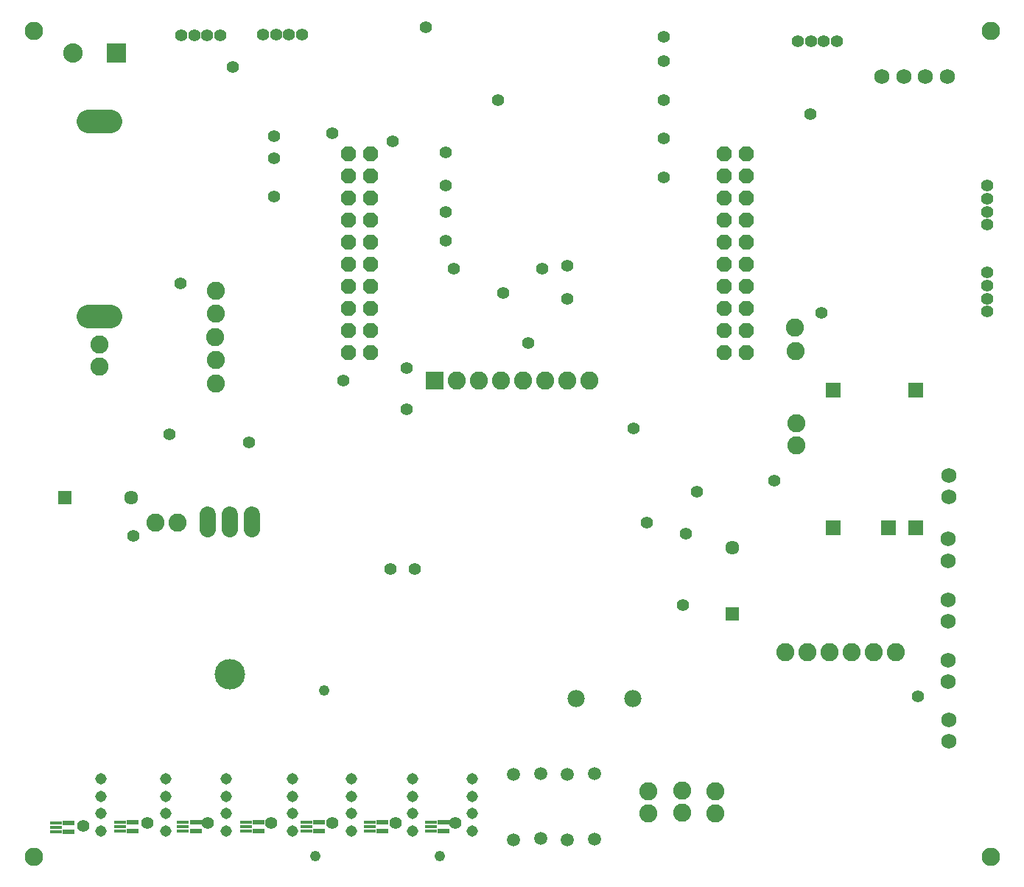
<source format=gbs>
G75*
%MOIN*%
%OFA0B0*%
%FSLAX25Y25*%
%IPPOS*%
%LPD*%
%AMOC8*
5,1,8,0,0,1.08239X$1,22.5*
%
%ADD10C,0.08280*%
%ADD11R,0.06343X0.06343*%
%ADD12C,0.06343*%
%ADD13C,0.06824*%
%ADD14C,0.07400*%
%ADD15C,0.13800*%
%ADD16C,0.05556*%
%ADD17R,0.08800X0.08800*%
%ADD18C,0.08800*%
%ADD19C,0.08200*%
%ADD20OC8,0.06824*%
%ADD21C,0.05950*%
%ADD22R,0.06824X0.06824*%
%ADD23C,0.10800*%
%ADD24C,0.05162*%
%ADD25C,0.07800*%
%ADD26R,0.05200X0.01800*%
%ADD27R,0.05200X0.02000*%
%ADD28R,0.08200X0.08200*%
%ADD29C,0.05550*%
%ADD30C,0.04762*%
D10*
X0010843Y0010843D03*
X0010843Y0384858D03*
X0443913Y0384858D03*
X0443913Y0010843D03*
D11*
X0326921Y0120640D03*
X0025039Y0173587D03*
D12*
X0055039Y0173587D03*
X0326921Y0150640D03*
D13*
X0424750Y0154750D03*
X0424750Y0144907D03*
X0424750Y0127250D03*
X0424750Y0117407D03*
X0424802Y0099959D03*
X0424802Y0090116D03*
X0424875Y0072875D03*
X0424875Y0063032D03*
X0425000Y0173657D03*
X0425000Y0183500D03*
X0424278Y0364125D03*
X0414435Y0364125D03*
X0404593Y0364125D03*
X0394750Y0364125D03*
D14*
X0109750Y0165800D02*
X0109750Y0159200D01*
X0099750Y0159200D02*
X0099750Y0165800D01*
X0089750Y0165800D02*
X0089750Y0159200D01*
D15*
X0099750Y0093500D03*
D16*
X0356642Y0380250D03*
X0362547Y0380250D03*
X0368453Y0380250D03*
X0374358Y0380250D03*
X0442250Y0314733D03*
X0442250Y0308828D03*
X0442250Y0302922D03*
X0442250Y0297017D03*
X0442500Y0275358D03*
X0442500Y0269453D03*
X0442500Y0263547D03*
X0442500Y0257642D03*
X0132358Y0383000D03*
X0126453Y0383000D03*
X0120547Y0383000D03*
X0114642Y0383000D03*
X0095358Y0382750D03*
X0089453Y0382750D03*
X0083547Y0382750D03*
X0077642Y0382750D03*
D17*
X0048500Y0374750D03*
D18*
X0028815Y0374750D03*
D19*
X0093375Y0267125D03*
X0093250Y0256750D03*
X0093000Y0246250D03*
X0093250Y0235750D03*
X0093250Y0225000D03*
X0040813Y0232750D03*
X0040813Y0242750D03*
X0066000Y0162250D03*
X0076000Y0162250D03*
X0202378Y0226600D03*
X0212378Y0226600D03*
X0222378Y0226600D03*
X0232378Y0226600D03*
X0242378Y0226600D03*
X0252378Y0226600D03*
X0262378Y0226600D03*
X0355250Y0250500D03*
X0355750Y0239750D03*
X0356000Y0207250D03*
X0356000Y0197250D03*
X0351125Y0103625D03*
X0361125Y0103625D03*
X0371125Y0103625D03*
X0381125Y0103625D03*
X0391125Y0103625D03*
X0401125Y0103625D03*
X0319500Y0040500D03*
X0319500Y0030500D03*
X0304500Y0030750D03*
X0304500Y0040750D03*
X0289125Y0040500D03*
X0289125Y0030500D03*
D20*
X0323500Y0239000D03*
X0323500Y0249000D03*
X0323500Y0259000D03*
X0323500Y0269000D03*
X0323500Y0279000D03*
X0323500Y0289000D03*
X0323500Y0299000D03*
X0323500Y0309000D03*
X0323500Y0319000D03*
X0323500Y0329000D03*
X0333500Y0329000D03*
X0333500Y0319000D03*
X0333500Y0309000D03*
X0333500Y0299000D03*
X0333500Y0289000D03*
X0333500Y0279000D03*
X0333500Y0269000D03*
X0333500Y0259000D03*
X0333500Y0249000D03*
X0333500Y0239000D03*
X0163500Y0239000D03*
X0163500Y0249000D03*
X0153500Y0249000D03*
X0153500Y0239000D03*
X0153500Y0259000D03*
X0153500Y0269000D03*
X0163500Y0269000D03*
X0163500Y0259000D03*
X0163500Y0279000D03*
X0163500Y0289000D03*
X0153500Y0289000D03*
X0153500Y0279000D03*
X0153500Y0299000D03*
X0153500Y0309000D03*
X0163500Y0309000D03*
X0163500Y0299000D03*
X0163500Y0319000D03*
X0163500Y0329000D03*
X0153500Y0329000D03*
X0153500Y0319000D03*
D21*
X0228000Y0048153D03*
X0240175Y0048575D03*
X0252500Y0048153D03*
X0264550Y0048300D03*
X0264550Y0018772D03*
X0252500Y0018625D03*
X0240175Y0019047D03*
X0228000Y0018625D03*
D22*
X0372553Y0159731D03*
X0397514Y0159731D03*
X0410033Y0159731D03*
X0410053Y0222251D03*
X0372553Y0222251D03*
D23*
X0045813Y0255326D02*
X0035813Y0255326D01*
X0035813Y0343926D02*
X0045813Y0343926D01*
D24*
X0041465Y0046060D03*
X0041465Y0038186D03*
X0041465Y0030312D03*
X0041465Y0022438D03*
X0070590Y0022438D03*
X0070590Y0030312D03*
X0070590Y0038186D03*
X0070590Y0046060D03*
X0098090Y0046060D03*
X0098090Y0038186D03*
X0098090Y0030312D03*
X0098090Y0022438D03*
X0127840Y0022438D03*
X0127840Y0030312D03*
X0127840Y0038186D03*
X0127840Y0046060D03*
X0154715Y0046060D03*
X0154715Y0038186D03*
X0154715Y0030312D03*
X0154715Y0022438D03*
X0182340Y0022438D03*
X0182340Y0030312D03*
X0182340Y0038186D03*
X0182340Y0046060D03*
X0209340Y0046060D03*
X0209340Y0038186D03*
X0209340Y0030312D03*
X0209340Y0022438D03*
D25*
X0256455Y0082500D03*
X0282045Y0082500D03*
D26*
X0190600Y0026500D03*
X0190600Y0024500D03*
X0190600Y0022500D03*
X0162975Y0022500D03*
X0162975Y0024500D03*
X0162975Y0026500D03*
X0134350Y0026500D03*
X0134350Y0024500D03*
X0134350Y0022500D03*
X0106975Y0022500D03*
X0106975Y0024500D03*
X0106975Y0026500D03*
X0078475Y0026500D03*
X0078475Y0024500D03*
X0078475Y0022500D03*
X0049850Y0022500D03*
X0049850Y0024500D03*
X0049850Y0026500D03*
X0020850Y0026000D03*
X0020850Y0024000D03*
X0020850Y0022000D03*
D27*
X0026650Y0022000D03*
X0026650Y0026000D03*
X0055650Y0026500D03*
X0055650Y0022500D03*
X0084275Y0022500D03*
X0084275Y0026500D03*
X0112775Y0026500D03*
X0112775Y0022500D03*
X0140150Y0022500D03*
X0140150Y0026500D03*
X0168775Y0026500D03*
X0168775Y0022500D03*
X0196400Y0022500D03*
X0196400Y0026500D03*
D28*
X0192378Y0226600D03*
D29*
X0179750Y0232250D03*
X0179750Y0213500D03*
X0151000Y0226625D03*
X0108500Y0198500D03*
X0072250Y0202250D03*
X0056000Y0156000D03*
X0172250Y0141000D03*
X0183500Y0141000D03*
X0282250Y0204750D03*
X0311000Y0176000D03*
X0306000Y0157250D03*
X0288500Y0162250D03*
X0304750Y0124750D03*
X0346000Y0181000D03*
X0367250Y0257250D03*
X0296000Y0318500D03*
X0296000Y0336000D03*
X0296000Y0353500D03*
X0296000Y0371000D03*
X0296000Y0382250D03*
X0362250Y0347250D03*
X0252250Y0278500D03*
X0241000Y0277250D03*
X0252250Y0263500D03*
X0234750Y0243500D03*
X0223500Y0266000D03*
X0201000Y0277250D03*
X0197250Y0289750D03*
X0197250Y0302875D03*
X0197250Y0314750D03*
X0197250Y0329750D03*
X0173500Y0334750D03*
X0146000Y0338500D03*
X0119750Y0337250D03*
X0119750Y0327250D03*
X0119750Y0309750D03*
X0077250Y0270375D03*
X0101000Y0368500D03*
X0188500Y0386625D03*
X0221000Y0353500D03*
X0411000Y0083500D03*
X0201782Y0026000D03*
X0174750Y0026000D03*
X0146000Y0026000D03*
X0118500Y0026000D03*
X0089750Y0026000D03*
X0062250Y0026000D03*
X0033500Y0024750D03*
D30*
X0138500Y0011000D03*
X0194750Y0011000D03*
X0142250Y0086000D03*
M02*

</source>
